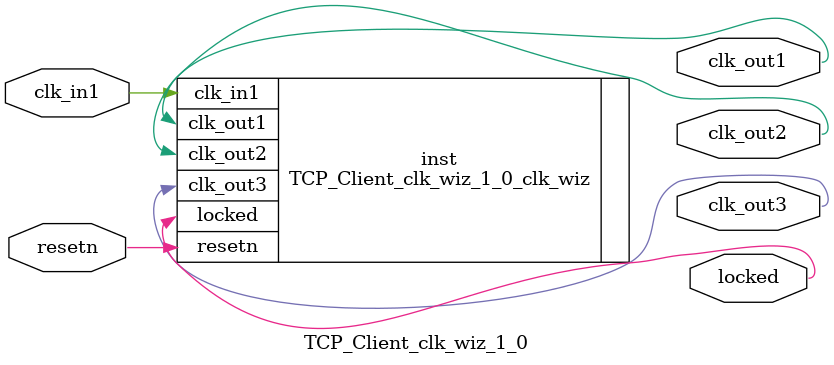
<source format=v>


`timescale 1ps/1ps

(* CORE_GENERATION_INFO = "TCP_Client_clk_wiz_1_0,clk_wiz_v6_0_2_0_0,{component_name=TCP_Client_clk_wiz_1_0,use_phase_alignment=true,use_min_o_jitter=false,use_max_i_jitter=false,use_dyn_phase_shift=false,use_inclk_switchover=false,use_dyn_reconfig=false,enable_axi=0,feedback_source=FDBK_AUTO,PRIMITIVE=MMCM,num_out_clk=3,clkin1_period=10.000,clkin2_period=10.000,use_power_down=false,use_reset=true,use_locked=true,use_inclk_stopped=false,feedback_type=SINGLE,CLOCK_MGR_TYPE=NA,manual_override=false}" *)

module TCP_Client_clk_wiz_1_0 
 (
  // Clock out ports
  output        clk_out1,
  output        clk_out2,
  output        clk_out3,
  // Status and control signals
  input         resetn,
  output        locked,
 // Clock in ports
  input         clk_in1
 );

  TCP_Client_clk_wiz_1_0_clk_wiz inst
  (
  // Clock out ports  
  .clk_out1(clk_out1),
  .clk_out2(clk_out2),
  .clk_out3(clk_out3),
  // Status and control signals               
  .resetn(resetn), 
  .locked(locked),
 // Clock in ports
  .clk_in1(clk_in1)
  );

endmodule

</source>
